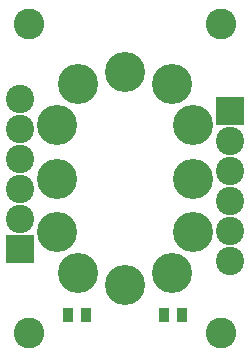
<source format=gts>
G04 #@! TF.FileFunction,Soldermask,Top*
%FSLAX46Y46*%
G04 Gerber Fmt 4.6, Leading zero omitted, Abs format (unit mm)*
G04 Created by KiCad (PCBNEW 4.0.4-stable) date 12/02/17 16:31:00*
%MOMM*%
%LPD*%
G01*
G04 APERTURE LIST*
%ADD10C,0.100000*%
%ADD11C,2.600000*%
%ADD12C,3.400000*%
%ADD13R,0.900000X1.300000*%
%ADD14R,2.400000X2.400000*%
%ADD15C,2.400000*%
G04 APERTURE END LIST*
D10*
D11*
X156718000Y-117856000D03*
D12*
X148590000Y-95775000D03*
X144590000Y-96775000D03*
X142840000Y-100275000D03*
X142840000Y-104775000D03*
X154340000Y-104775000D03*
X154340000Y-100275000D03*
X152590000Y-96775000D03*
X142840000Y-109275000D03*
X154340000Y-109275000D03*
X148590000Y-113775000D03*
X152590000Y-112775000D03*
X144590000Y-112775000D03*
D11*
X156718000Y-91694000D03*
X140462000Y-91694000D03*
X140462000Y-117856000D03*
D13*
X151892000Y-116332000D03*
X153392000Y-116332000D03*
D14*
X157480000Y-99060000D03*
D15*
X157480000Y-101600000D03*
X157480000Y-104140000D03*
X157480000Y-106680000D03*
X157480000Y-109220000D03*
X157480000Y-111760000D03*
D14*
X139700000Y-110744000D03*
D15*
X139700000Y-108204000D03*
X139700000Y-105664000D03*
X139700000Y-103124000D03*
X139700000Y-100584000D03*
X139700000Y-98044000D03*
D13*
X143788000Y-116332000D03*
X145288000Y-116332000D03*
M02*

</source>
